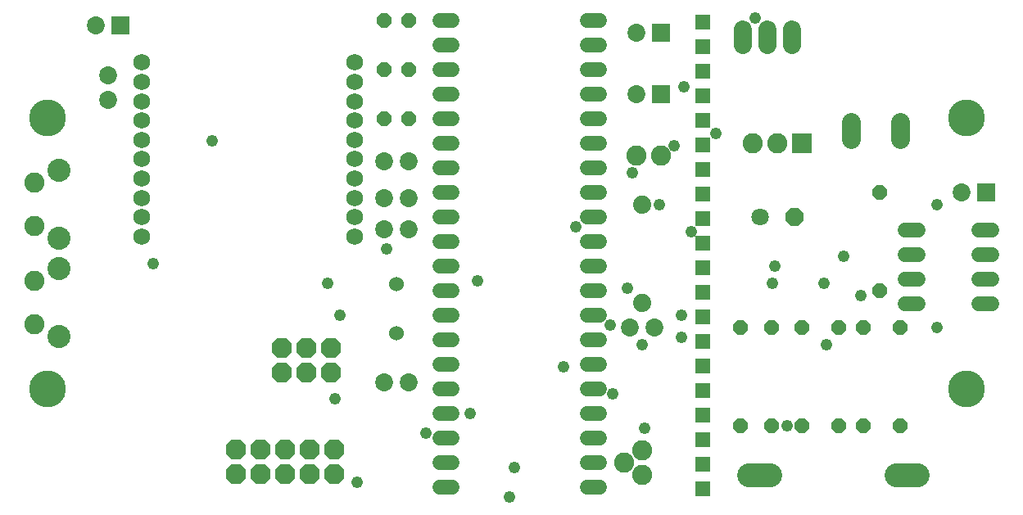
<source format=gbs>
G75*
G70*
%OFA0B0*%
%FSLAX24Y24*%
%IPPOS*%
%LPD*%
%AMOC8*
5,1,8,0,0,1.08239X$1,22.5*
%
%ADD10C,0.0680*%
%ADD11C,0.0600*%
%ADD12C,0.0740*%
%ADD13C,0.0730*%
%ADD14R,0.0730X0.0730*%
%ADD15C,0.0600*%
%ADD16OC8,0.0820*%
%ADD17OC8,0.0600*%
%ADD18C,0.0940*%
%ADD19C,0.0820*%
%ADD20C,0.0740*%
%ADD21OC8,0.0710*%
%ADD22C,0.0710*%
%ADD23C,0.0780*%
%ADD24R,0.0595X0.0595*%
%ADD25C,0.0965*%
%ADD26C,0.1497*%
%ADD27R,0.0820X0.0820*%
%ADD28C,0.0480*%
%ADD29C,0.0476*%
D10*
X005770Y011732D03*
X005770Y012519D03*
X005770Y013306D03*
X005770Y014094D03*
X005770Y014881D03*
X005770Y015669D03*
X005770Y016456D03*
X005770Y017243D03*
X005770Y018031D03*
X005770Y018818D03*
X014432Y018818D03*
X014432Y018031D03*
X014432Y017243D03*
X014432Y016456D03*
X014432Y015669D03*
X014432Y014881D03*
X014432Y014094D03*
X014432Y013306D03*
X014432Y012519D03*
X014432Y011732D03*
D11*
X017891Y011534D02*
X018411Y011534D01*
X018411Y012534D02*
X017891Y012534D01*
X017891Y013534D02*
X018411Y013534D01*
X018411Y014534D02*
X017891Y014534D01*
X017891Y015534D02*
X018411Y015534D01*
X018411Y016534D02*
X017891Y016534D01*
X017891Y017534D02*
X018411Y017534D01*
X018411Y018534D02*
X017891Y018534D01*
X017891Y019534D02*
X018411Y019534D01*
X018411Y020534D02*
X017891Y020534D01*
X023891Y020534D02*
X024411Y020534D01*
X024411Y019534D02*
X023891Y019534D01*
X023891Y018534D02*
X024411Y018534D01*
X024411Y017534D02*
X023891Y017534D01*
X023891Y016534D02*
X024411Y016534D01*
X024411Y015534D02*
X023891Y015534D01*
X023891Y014534D02*
X024411Y014534D01*
X024411Y013534D02*
X023891Y013534D01*
X023891Y012534D02*
X024411Y012534D01*
X024411Y011534D02*
X023891Y011534D01*
X023891Y010534D02*
X024411Y010534D01*
X024411Y009534D02*
X023891Y009534D01*
X023891Y008534D02*
X024411Y008534D01*
X024411Y007534D02*
X023891Y007534D01*
X023891Y006534D02*
X024411Y006534D01*
X024411Y005534D02*
X023891Y005534D01*
X023891Y004534D02*
X024411Y004534D01*
X024411Y003534D02*
X023891Y003534D01*
X023891Y002534D02*
X024411Y002534D01*
X024411Y001534D02*
X023891Y001534D01*
X018411Y001534D02*
X017891Y001534D01*
X017891Y002534D02*
X018411Y002534D01*
X018411Y003534D02*
X017891Y003534D01*
X017891Y004534D02*
X018411Y004534D01*
X018411Y005534D02*
X017891Y005534D01*
X017891Y006534D02*
X018411Y006534D01*
X018411Y007534D02*
X017891Y007534D01*
X017891Y008534D02*
X018411Y008534D01*
X018411Y009534D02*
X017891Y009534D01*
X017891Y010534D02*
X018411Y010534D01*
X036851Y010994D02*
X037371Y010994D01*
X037371Y009994D02*
X036851Y009994D01*
X036851Y008994D02*
X037371Y008994D01*
X039851Y008994D02*
X040371Y008994D01*
X040371Y009994D02*
X039851Y009994D01*
X039851Y010994D02*
X040371Y010994D01*
X040371Y011994D02*
X039851Y011994D01*
X037371Y011994D02*
X036851Y011994D01*
D12*
X032233Y019511D02*
X032233Y020171D01*
X031233Y020171D02*
X031233Y019511D01*
X030233Y019511D02*
X030233Y020171D01*
D13*
X025901Y020034D03*
X025901Y017534D03*
X016651Y014784D03*
X015651Y014784D03*
X015651Y013284D03*
X016651Y013284D03*
X016651Y012034D03*
X015651Y012034D03*
X025651Y008034D03*
X026651Y008034D03*
X016651Y005784D03*
X015651Y005784D03*
X004401Y017284D03*
X004401Y018284D03*
X003901Y020334D03*
X039151Y013534D03*
D14*
X040151Y013534D03*
X026901Y017534D03*
X026901Y020034D03*
X004901Y020334D03*
D15*
X016151Y009784D03*
X016151Y007784D03*
D16*
X009611Y002054D03*
X010611Y002054D03*
X011611Y002054D03*
X012611Y002054D03*
X013611Y002054D03*
X013611Y003054D03*
X012611Y003054D03*
X011611Y003054D03*
X010611Y003054D03*
X009611Y003054D03*
X011481Y006194D03*
X012481Y006194D03*
X013481Y006194D03*
X013481Y007194D03*
X012481Y007194D03*
X011481Y007194D03*
D17*
X015651Y016534D03*
X016651Y016534D03*
X016651Y018534D03*
X015651Y018534D03*
X015651Y020534D03*
X016651Y020534D03*
X035811Y013534D03*
X035811Y009534D03*
X035151Y008034D03*
X034151Y008034D03*
X032651Y008034D03*
X031401Y008034D03*
X030151Y008034D03*
X036651Y008034D03*
X036651Y004034D03*
X035151Y004034D03*
X034151Y004034D03*
X032651Y004034D03*
X031401Y004034D03*
X030151Y004034D03*
D18*
X002393Y007656D03*
X002393Y010412D03*
X002393Y011656D03*
X002393Y014412D03*
D19*
X001409Y013920D03*
X001409Y012148D03*
X001409Y009920D03*
X001409Y008148D03*
X025401Y002534D03*
X026151Y002034D03*
X026151Y003034D03*
X025901Y015034D03*
X026901Y015034D03*
X030651Y015534D03*
X031651Y015534D03*
D20*
X026151Y013034D03*
X026151Y009034D03*
D21*
X032351Y012534D03*
D22*
X030951Y012534D03*
D23*
X034651Y015684D02*
X034651Y016384D01*
X036651Y016384D02*
X036651Y015684D01*
D24*
X028611Y015474D03*
X028611Y014474D03*
X028611Y013474D03*
X028611Y012474D03*
X028611Y011474D03*
X028611Y010474D03*
X028611Y009474D03*
X028611Y008474D03*
X028611Y007474D03*
X028611Y006474D03*
X028611Y005474D03*
X028611Y004474D03*
X028611Y003474D03*
X028611Y002474D03*
X028611Y001474D03*
X028611Y016474D03*
X028611Y017474D03*
X028611Y018474D03*
X028611Y019474D03*
X028611Y020474D03*
D25*
X030459Y002034D02*
X031344Y002034D01*
X036459Y002034D02*
X037344Y002034D01*
D26*
X039351Y005534D03*
X039351Y016554D03*
X001951Y016554D03*
X001951Y005534D03*
D27*
X032651Y015534D03*
D28*
X029151Y015934D03*
X027451Y015434D03*
X025751Y014334D03*
X026851Y013034D03*
X028151Y011934D03*
X031551Y010534D03*
X031451Y009834D03*
X033551Y009834D03*
X035051Y009334D03*
X034351Y010934D03*
X033651Y007334D03*
X027751Y007634D03*
X027751Y008534D03*
X026151Y007334D03*
X024851Y008134D03*
X025551Y009634D03*
X023451Y012134D03*
X019451Y009934D03*
X015751Y011234D03*
X013351Y009834D03*
X013851Y008534D03*
X013651Y005134D03*
X017351Y003734D03*
X019151Y004534D03*
X022951Y006434D03*
X024951Y005334D03*
X026251Y003934D03*
X020951Y002334D03*
X020751Y001134D03*
X014551Y001734D03*
X006251Y010634D03*
X008651Y015634D03*
X027851Y017834D03*
X030751Y020634D03*
X032051Y004034D03*
D29*
X038151Y008034D03*
X038151Y013034D03*
M02*

</source>
